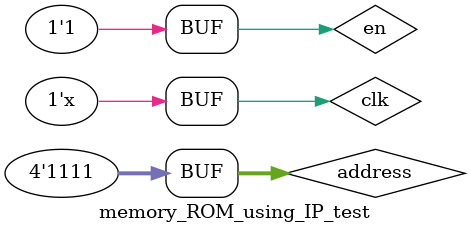
<source format=v>
`timescale 1ns / 1ps


module memory_ROM_using_IP_test;

	// Inputs
	reg en;
	reg clk;
	reg [3:0] address;

	// Outputs
	wire [15:0] out;

	// Instantiate the Unit Under Test (UUT)
	memory_ROM_using_IPcore uut (
		.en(en), 
		.clk(clk), 
		.address(address), 
		.out(out)
	);
	always #20 clk=~clk;
	initial begin
		// Initialize Inputs
		en = 0;
		clk = 0;
		address = 0;
		en=1;
		#15;
		address=0;
		#40;
		address=1;
		#40;
		address=2;
		#40;
		address=3;
		#40;
		address=4;
		#40;
		address=5;
		#40;
		address=6;
		#40;
		address=7;
		#40;
		address=8;
		#40;
		address=9;
		#40;
		address=10;
		#40;
		address=11;
		#40;
		address=12;
		#40;
		address=13;
		#40;
		address=14;
		#40;
		address=15;
	end
      
endmodule


</source>
